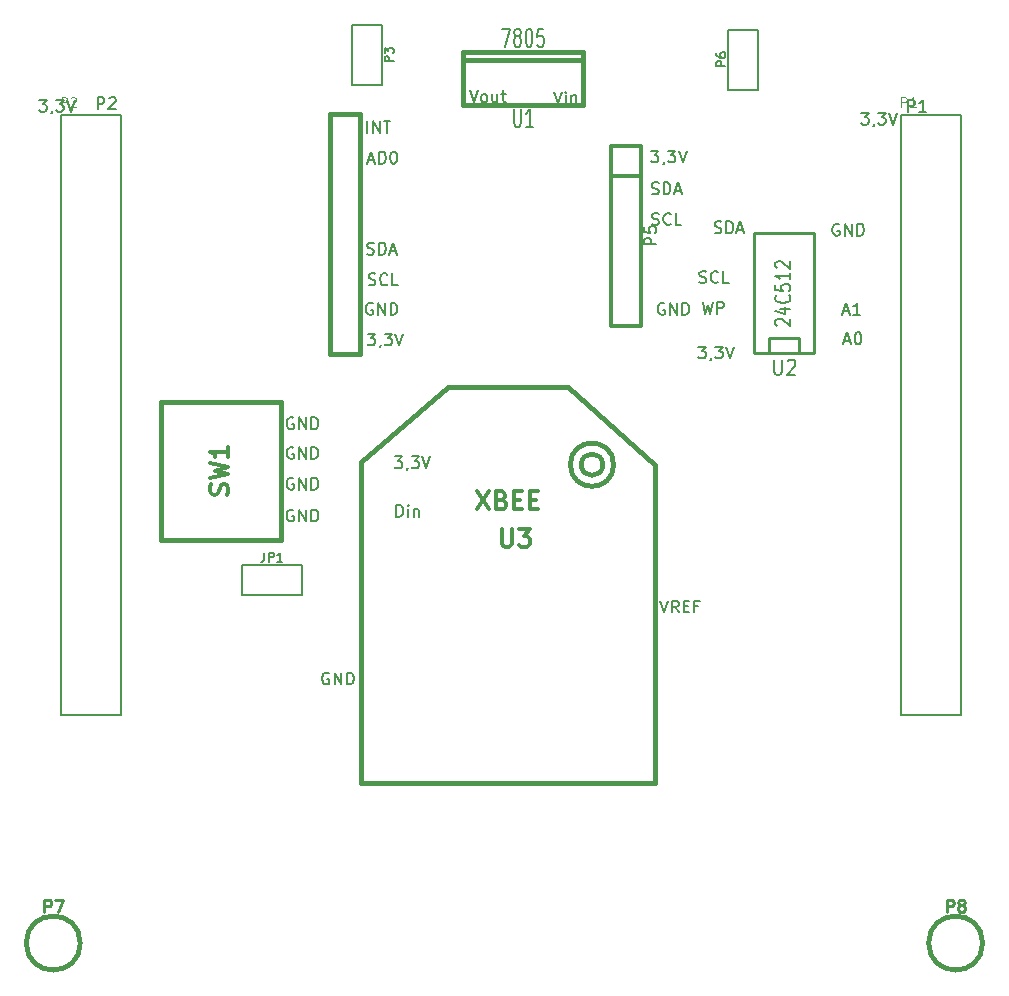
<source format=gto>
G04 (created by PCBNEW (2013-07-07 BZR 4022)-stable) date 27/05/2015 02:52:30 p.m.*
%MOIN*%
G04 Gerber Fmt 3.4, Leading zero omitted, Abs format*
%FSLAX34Y34*%
G01*
G70*
G90*
G04 APERTURE LIST*
%ADD10C,0.00590551*%
%ADD11C,0.015*%
%ADD12C,0.006*%
%ADD13C,0.01*%
%ADD14C,0.012*%
%ADD15C,0.008*%
%ADD16C,0.00472441*%
G04 APERTURE END LIST*
G54D10*
X93970Y-70119D02*
X94101Y-70513D01*
X94233Y-70119D01*
X94589Y-70513D02*
X94458Y-70326D01*
X94364Y-70513D02*
X94364Y-70119D01*
X94514Y-70119D01*
X94551Y-70138D01*
X94570Y-70157D01*
X94589Y-70194D01*
X94589Y-70251D01*
X94570Y-70288D01*
X94551Y-70307D01*
X94514Y-70326D01*
X94364Y-70326D01*
X94758Y-70307D02*
X94889Y-70307D01*
X94945Y-70513D02*
X94758Y-70513D01*
X94758Y-70119D01*
X94945Y-70119D01*
X95245Y-70307D02*
X95114Y-70307D01*
X95114Y-70513D02*
X95114Y-70119D01*
X95301Y-70119D01*
X85176Y-67324D02*
X85176Y-66931D01*
X85269Y-66931D01*
X85326Y-66949D01*
X85363Y-66987D01*
X85382Y-67024D01*
X85401Y-67099D01*
X85401Y-67155D01*
X85382Y-67230D01*
X85363Y-67268D01*
X85326Y-67305D01*
X85269Y-67324D01*
X85176Y-67324D01*
X85569Y-67324D02*
X85569Y-67062D01*
X85569Y-66931D02*
X85551Y-66949D01*
X85569Y-66968D01*
X85588Y-66949D01*
X85569Y-66931D01*
X85569Y-66968D01*
X85757Y-67062D02*
X85757Y-67324D01*
X85757Y-67099D02*
X85776Y-67080D01*
X85813Y-67062D01*
X85869Y-67062D01*
X85907Y-67080D01*
X85926Y-67118D01*
X85926Y-67324D01*
X85127Y-65316D02*
X85371Y-65316D01*
X85239Y-65466D01*
X85296Y-65466D01*
X85333Y-65485D01*
X85352Y-65504D01*
X85371Y-65541D01*
X85371Y-65635D01*
X85352Y-65673D01*
X85333Y-65691D01*
X85296Y-65710D01*
X85183Y-65710D01*
X85146Y-65691D01*
X85127Y-65673D01*
X85558Y-65691D02*
X85558Y-65710D01*
X85539Y-65748D01*
X85521Y-65766D01*
X85689Y-65316D02*
X85933Y-65316D01*
X85802Y-65466D01*
X85858Y-65466D01*
X85896Y-65485D01*
X85914Y-65504D01*
X85933Y-65541D01*
X85933Y-65635D01*
X85914Y-65673D01*
X85896Y-65691D01*
X85858Y-65710D01*
X85746Y-65710D01*
X85708Y-65691D01*
X85689Y-65673D01*
X86046Y-65316D02*
X86177Y-65710D01*
X86308Y-65316D01*
X82928Y-72540D02*
X82890Y-72521D01*
X82834Y-72521D01*
X82778Y-72540D01*
X82740Y-72577D01*
X82722Y-72615D01*
X82703Y-72690D01*
X82703Y-72746D01*
X82722Y-72821D01*
X82740Y-72859D01*
X82778Y-72896D01*
X82834Y-72915D01*
X82872Y-72915D01*
X82928Y-72896D01*
X82947Y-72877D01*
X82947Y-72746D01*
X82872Y-72746D01*
X83115Y-72915D02*
X83115Y-72521D01*
X83340Y-72915D01*
X83340Y-72521D01*
X83528Y-72915D02*
X83528Y-72521D01*
X83622Y-72521D01*
X83678Y-72540D01*
X83715Y-72577D01*
X83734Y-72615D01*
X83753Y-72690D01*
X83753Y-72746D01*
X83734Y-72821D01*
X83715Y-72859D01*
X83678Y-72896D01*
X83622Y-72915D01*
X83528Y-72915D01*
X81747Y-67107D02*
X81709Y-67088D01*
X81653Y-67088D01*
X81597Y-67107D01*
X81559Y-67144D01*
X81541Y-67182D01*
X81522Y-67257D01*
X81522Y-67313D01*
X81541Y-67388D01*
X81559Y-67425D01*
X81597Y-67463D01*
X81653Y-67482D01*
X81691Y-67482D01*
X81747Y-67463D01*
X81766Y-67444D01*
X81766Y-67313D01*
X81691Y-67313D01*
X81934Y-67482D02*
X81934Y-67088D01*
X82159Y-67482D01*
X82159Y-67088D01*
X82347Y-67482D02*
X82347Y-67088D01*
X82440Y-67088D01*
X82497Y-67107D01*
X82534Y-67144D01*
X82553Y-67182D01*
X82572Y-67257D01*
X82572Y-67313D01*
X82553Y-67388D01*
X82534Y-67425D01*
X82497Y-67463D01*
X82440Y-67482D01*
X82347Y-67482D01*
X81747Y-66044D02*
X81709Y-66025D01*
X81653Y-66025D01*
X81597Y-66044D01*
X81559Y-66081D01*
X81541Y-66119D01*
X81522Y-66194D01*
X81522Y-66250D01*
X81541Y-66325D01*
X81559Y-66362D01*
X81597Y-66400D01*
X81653Y-66419D01*
X81691Y-66419D01*
X81747Y-66400D01*
X81766Y-66381D01*
X81766Y-66250D01*
X81691Y-66250D01*
X81934Y-66419D02*
X81934Y-66025D01*
X82159Y-66419D01*
X82159Y-66025D01*
X82347Y-66419D02*
X82347Y-66025D01*
X82440Y-66025D01*
X82497Y-66044D01*
X82534Y-66081D01*
X82553Y-66119D01*
X82572Y-66194D01*
X82572Y-66250D01*
X82553Y-66325D01*
X82534Y-66362D01*
X82497Y-66400D01*
X82440Y-66419D01*
X82347Y-66419D01*
X81747Y-65020D02*
X81709Y-65001D01*
X81653Y-65001D01*
X81597Y-65020D01*
X81559Y-65058D01*
X81541Y-65095D01*
X81522Y-65170D01*
X81522Y-65226D01*
X81541Y-65301D01*
X81559Y-65339D01*
X81597Y-65376D01*
X81653Y-65395D01*
X81691Y-65395D01*
X81747Y-65376D01*
X81766Y-65358D01*
X81766Y-65226D01*
X81691Y-65226D01*
X81934Y-65395D02*
X81934Y-65001D01*
X82159Y-65395D01*
X82159Y-65001D01*
X82347Y-65395D02*
X82347Y-65001D01*
X82440Y-65001D01*
X82497Y-65020D01*
X82534Y-65058D01*
X82553Y-65095D01*
X82572Y-65170D01*
X82572Y-65226D01*
X82553Y-65301D01*
X82534Y-65339D01*
X82497Y-65376D01*
X82440Y-65395D01*
X82347Y-65395D01*
X81747Y-64036D02*
X81709Y-64017D01*
X81653Y-64017D01*
X81597Y-64036D01*
X81559Y-64073D01*
X81541Y-64111D01*
X81522Y-64186D01*
X81522Y-64242D01*
X81541Y-64317D01*
X81559Y-64355D01*
X81597Y-64392D01*
X81653Y-64411D01*
X81691Y-64411D01*
X81747Y-64392D01*
X81766Y-64373D01*
X81766Y-64242D01*
X81691Y-64242D01*
X81934Y-64411D02*
X81934Y-64017D01*
X82159Y-64411D01*
X82159Y-64017D01*
X82347Y-64411D02*
X82347Y-64017D01*
X82440Y-64017D01*
X82497Y-64036D01*
X82534Y-64073D01*
X82553Y-64111D01*
X82572Y-64186D01*
X82572Y-64242D01*
X82553Y-64317D01*
X82534Y-64355D01*
X82497Y-64392D01*
X82440Y-64411D01*
X82347Y-64411D01*
X73277Y-53427D02*
X73520Y-53427D01*
X73389Y-53577D01*
X73445Y-53577D01*
X73483Y-53595D01*
X73502Y-53614D01*
X73520Y-53652D01*
X73520Y-53745D01*
X73502Y-53783D01*
X73483Y-53802D01*
X73445Y-53820D01*
X73333Y-53820D01*
X73295Y-53802D01*
X73277Y-53783D01*
X73708Y-53802D02*
X73708Y-53820D01*
X73689Y-53858D01*
X73670Y-53877D01*
X73839Y-53427D02*
X74083Y-53427D01*
X73952Y-53577D01*
X74008Y-53577D01*
X74045Y-53595D01*
X74064Y-53614D01*
X74083Y-53652D01*
X74083Y-53745D01*
X74064Y-53783D01*
X74045Y-53802D01*
X74008Y-53820D01*
X73895Y-53820D01*
X73858Y-53802D01*
X73839Y-53783D01*
X74195Y-53427D02*
X74326Y-53820D01*
X74458Y-53427D01*
X100073Y-60479D02*
X100260Y-60479D01*
X100035Y-60592D02*
X100166Y-60198D01*
X100298Y-60592D01*
X100635Y-60592D02*
X100410Y-60592D01*
X100523Y-60592D02*
X100523Y-60198D01*
X100485Y-60254D01*
X100448Y-60292D01*
X100410Y-60311D01*
X100112Y-61464D02*
X100299Y-61464D01*
X100074Y-61576D02*
X100206Y-61182D01*
X100337Y-61576D01*
X100543Y-61182D02*
X100581Y-61182D01*
X100618Y-61201D01*
X100637Y-61220D01*
X100656Y-61257D01*
X100674Y-61332D01*
X100674Y-61426D01*
X100656Y-61501D01*
X100637Y-61539D01*
X100618Y-61557D01*
X100581Y-61576D01*
X100543Y-61576D01*
X100506Y-61557D01*
X100487Y-61539D01*
X100468Y-61501D01*
X100449Y-61426D01*
X100449Y-61332D01*
X100468Y-61257D01*
X100487Y-61220D01*
X100506Y-61201D01*
X100543Y-61182D01*
X99936Y-57579D02*
X99898Y-57560D01*
X99842Y-57560D01*
X99786Y-57579D01*
X99748Y-57617D01*
X99730Y-57654D01*
X99711Y-57729D01*
X99711Y-57785D01*
X99730Y-57860D01*
X99748Y-57898D01*
X99786Y-57935D01*
X99842Y-57954D01*
X99880Y-57954D01*
X99936Y-57935D01*
X99955Y-57917D01*
X99955Y-57785D01*
X99880Y-57785D01*
X100123Y-57954D02*
X100123Y-57560D01*
X100348Y-57954D01*
X100348Y-57560D01*
X100536Y-57954D02*
X100536Y-57560D01*
X100629Y-57560D01*
X100686Y-57579D01*
X100723Y-57617D01*
X100742Y-57654D01*
X100761Y-57729D01*
X100761Y-57785D01*
X100742Y-57860D01*
X100723Y-57898D01*
X100686Y-57935D01*
X100629Y-57954D01*
X100536Y-57954D01*
X95245Y-61655D02*
X95489Y-61655D01*
X95358Y-61805D01*
X95414Y-61805D01*
X95451Y-61824D01*
X95470Y-61842D01*
X95489Y-61880D01*
X95489Y-61974D01*
X95470Y-62011D01*
X95451Y-62030D01*
X95414Y-62049D01*
X95301Y-62049D01*
X95264Y-62030D01*
X95245Y-62011D01*
X95676Y-62030D02*
X95676Y-62049D01*
X95658Y-62086D01*
X95639Y-62105D01*
X95808Y-61655D02*
X96051Y-61655D01*
X95920Y-61805D01*
X95976Y-61805D01*
X96014Y-61824D01*
X96032Y-61842D01*
X96051Y-61880D01*
X96051Y-61974D01*
X96032Y-62011D01*
X96014Y-62030D01*
X95976Y-62049D01*
X95864Y-62049D01*
X95826Y-62030D01*
X95808Y-62011D01*
X96164Y-61655D02*
X96295Y-62049D01*
X96426Y-61655D01*
X95382Y-60159D02*
X95476Y-60553D01*
X95551Y-60271D01*
X95626Y-60553D01*
X95719Y-60159D01*
X95869Y-60553D02*
X95869Y-60159D01*
X96019Y-60159D01*
X96057Y-60178D01*
X96076Y-60196D01*
X96094Y-60234D01*
X96094Y-60290D01*
X96076Y-60328D01*
X96057Y-60346D01*
X96019Y-60365D01*
X95869Y-60365D01*
X95279Y-59510D02*
X95335Y-59529D01*
X95429Y-59529D01*
X95466Y-59510D01*
X95485Y-59491D01*
X95504Y-59454D01*
X95504Y-59416D01*
X95485Y-59379D01*
X95466Y-59360D01*
X95429Y-59341D01*
X95354Y-59323D01*
X95316Y-59304D01*
X95298Y-59285D01*
X95279Y-59248D01*
X95279Y-59210D01*
X95298Y-59173D01*
X95316Y-59154D01*
X95354Y-59135D01*
X95448Y-59135D01*
X95504Y-59154D01*
X95898Y-59491D02*
X95879Y-59510D01*
X95823Y-59529D01*
X95785Y-59529D01*
X95729Y-59510D01*
X95691Y-59473D01*
X95673Y-59435D01*
X95654Y-59360D01*
X95654Y-59304D01*
X95673Y-59229D01*
X95691Y-59191D01*
X95729Y-59154D01*
X95785Y-59135D01*
X95823Y-59135D01*
X95879Y-59154D01*
X95898Y-59173D01*
X96254Y-59529D02*
X96066Y-59529D01*
X96066Y-59135D01*
X95781Y-57857D02*
X95838Y-57875D01*
X95931Y-57875D01*
X95969Y-57857D01*
X95988Y-57838D01*
X96006Y-57800D01*
X96006Y-57763D01*
X95988Y-57725D01*
X95969Y-57707D01*
X95931Y-57688D01*
X95856Y-57669D01*
X95819Y-57650D01*
X95800Y-57632D01*
X95781Y-57594D01*
X95781Y-57557D01*
X95800Y-57519D01*
X95819Y-57500D01*
X95856Y-57482D01*
X95950Y-57482D01*
X96006Y-57500D01*
X96175Y-57875D02*
X96175Y-57482D01*
X96269Y-57482D01*
X96325Y-57500D01*
X96362Y-57538D01*
X96381Y-57575D01*
X96400Y-57650D01*
X96400Y-57707D01*
X96381Y-57782D01*
X96362Y-57819D01*
X96325Y-57857D01*
X96269Y-57875D01*
X96175Y-57875D01*
X96550Y-57763D02*
X96737Y-57763D01*
X96512Y-57875D02*
X96644Y-57482D01*
X96775Y-57875D01*
X100678Y-53860D02*
X100922Y-53860D01*
X100791Y-54010D01*
X100847Y-54010D01*
X100884Y-54028D01*
X100903Y-54047D01*
X100922Y-54085D01*
X100922Y-54178D01*
X100903Y-54216D01*
X100884Y-54235D01*
X100847Y-54253D01*
X100734Y-54253D01*
X100697Y-54235D01*
X100678Y-54216D01*
X101109Y-54235D02*
X101109Y-54253D01*
X101091Y-54291D01*
X101072Y-54310D01*
X101241Y-53860D02*
X101484Y-53860D01*
X101353Y-54010D01*
X101409Y-54010D01*
X101447Y-54028D01*
X101466Y-54047D01*
X101484Y-54085D01*
X101484Y-54178D01*
X101466Y-54216D01*
X101447Y-54235D01*
X101409Y-54253D01*
X101297Y-54253D01*
X101259Y-54235D01*
X101241Y-54216D01*
X101597Y-53860D02*
X101728Y-54253D01*
X101859Y-53860D01*
X94109Y-60217D02*
X94071Y-60198D01*
X94015Y-60198D01*
X93959Y-60217D01*
X93922Y-60254D01*
X93903Y-60292D01*
X93884Y-60367D01*
X93884Y-60423D01*
X93903Y-60498D01*
X93922Y-60536D01*
X93959Y-60573D01*
X94015Y-60592D01*
X94053Y-60592D01*
X94109Y-60573D01*
X94128Y-60554D01*
X94128Y-60423D01*
X94053Y-60423D01*
X94296Y-60592D02*
X94296Y-60198D01*
X94521Y-60592D01*
X94521Y-60198D01*
X94709Y-60592D02*
X94709Y-60198D01*
X94803Y-60198D01*
X94859Y-60217D01*
X94896Y-60254D01*
X94915Y-60292D01*
X94934Y-60367D01*
X94934Y-60423D01*
X94915Y-60498D01*
X94896Y-60536D01*
X94859Y-60573D01*
X94803Y-60592D01*
X94709Y-60592D01*
X93704Y-57581D02*
X93760Y-57600D01*
X93854Y-57600D01*
X93892Y-57581D01*
X93910Y-57562D01*
X93929Y-57525D01*
X93929Y-57487D01*
X93910Y-57450D01*
X93892Y-57431D01*
X93854Y-57412D01*
X93779Y-57394D01*
X93742Y-57375D01*
X93723Y-57356D01*
X93704Y-57319D01*
X93704Y-57281D01*
X93723Y-57244D01*
X93742Y-57225D01*
X93779Y-57206D01*
X93873Y-57206D01*
X93929Y-57225D01*
X94323Y-57562D02*
X94304Y-57581D01*
X94248Y-57600D01*
X94210Y-57600D01*
X94154Y-57581D01*
X94116Y-57544D01*
X94098Y-57506D01*
X94079Y-57431D01*
X94079Y-57375D01*
X94098Y-57300D01*
X94116Y-57262D01*
X94154Y-57225D01*
X94210Y-57206D01*
X94248Y-57206D01*
X94304Y-57225D01*
X94323Y-57244D01*
X94679Y-57600D02*
X94491Y-57600D01*
X94491Y-57206D01*
X93695Y-56557D02*
X93751Y-56576D01*
X93845Y-56576D01*
X93882Y-56557D01*
X93901Y-56539D01*
X93920Y-56501D01*
X93920Y-56464D01*
X93901Y-56426D01*
X93882Y-56407D01*
X93845Y-56389D01*
X93770Y-56370D01*
X93732Y-56351D01*
X93713Y-56332D01*
X93695Y-56295D01*
X93695Y-56257D01*
X93713Y-56220D01*
X93732Y-56201D01*
X93770Y-56182D01*
X93863Y-56182D01*
X93920Y-56201D01*
X94088Y-56576D02*
X94088Y-56182D01*
X94182Y-56182D01*
X94238Y-56201D01*
X94276Y-56239D01*
X94295Y-56276D01*
X94313Y-56351D01*
X94313Y-56407D01*
X94295Y-56482D01*
X94276Y-56520D01*
X94238Y-56557D01*
X94182Y-56576D01*
X94088Y-56576D01*
X94463Y-56464D02*
X94651Y-56464D01*
X94426Y-56576D02*
X94557Y-56182D01*
X94688Y-56576D01*
X93670Y-55119D02*
X93914Y-55119D01*
X93783Y-55269D01*
X93839Y-55269D01*
X93877Y-55288D01*
X93895Y-55307D01*
X93914Y-55344D01*
X93914Y-55438D01*
X93895Y-55476D01*
X93877Y-55494D01*
X93839Y-55513D01*
X93727Y-55513D01*
X93689Y-55494D01*
X93670Y-55476D01*
X94101Y-55494D02*
X94101Y-55513D01*
X94083Y-55551D01*
X94064Y-55569D01*
X94233Y-55119D02*
X94476Y-55119D01*
X94345Y-55269D01*
X94401Y-55269D01*
X94439Y-55288D01*
X94458Y-55307D01*
X94476Y-55344D01*
X94476Y-55438D01*
X94458Y-55476D01*
X94439Y-55494D01*
X94401Y-55513D01*
X94289Y-55513D01*
X94251Y-55494D01*
X94233Y-55476D01*
X94589Y-55119D02*
X94720Y-55513D01*
X94851Y-55119D01*
X84221Y-61222D02*
X84465Y-61222D01*
X84334Y-61372D01*
X84390Y-61372D01*
X84428Y-61391D01*
X84446Y-61409D01*
X84465Y-61447D01*
X84465Y-61541D01*
X84446Y-61578D01*
X84428Y-61597D01*
X84390Y-61616D01*
X84278Y-61616D01*
X84240Y-61597D01*
X84221Y-61578D01*
X84653Y-61597D02*
X84653Y-61616D01*
X84634Y-61653D01*
X84615Y-61672D01*
X84784Y-61222D02*
X85028Y-61222D01*
X84896Y-61372D01*
X84953Y-61372D01*
X84990Y-61391D01*
X85009Y-61409D01*
X85028Y-61447D01*
X85028Y-61541D01*
X85009Y-61578D01*
X84990Y-61597D01*
X84953Y-61616D01*
X84840Y-61616D01*
X84803Y-61597D01*
X84784Y-61578D01*
X85140Y-61222D02*
X85271Y-61616D01*
X85403Y-61222D01*
X84385Y-60217D02*
X84347Y-60198D01*
X84291Y-60198D01*
X84235Y-60217D01*
X84197Y-60254D01*
X84178Y-60292D01*
X84160Y-60367D01*
X84160Y-60423D01*
X84178Y-60498D01*
X84197Y-60536D01*
X84235Y-60573D01*
X84291Y-60592D01*
X84328Y-60592D01*
X84385Y-60573D01*
X84403Y-60554D01*
X84403Y-60423D01*
X84328Y-60423D01*
X84572Y-60592D02*
X84572Y-60198D01*
X84797Y-60592D01*
X84797Y-60198D01*
X84985Y-60592D02*
X84985Y-60198D01*
X85078Y-60198D01*
X85134Y-60217D01*
X85172Y-60254D01*
X85191Y-60292D01*
X85209Y-60367D01*
X85209Y-60423D01*
X85191Y-60498D01*
X85172Y-60536D01*
X85134Y-60573D01*
X85078Y-60592D01*
X84985Y-60592D01*
X84255Y-59589D02*
X84311Y-59608D01*
X84405Y-59608D01*
X84443Y-59589D01*
X84461Y-59570D01*
X84480Y-59533D01*
X84480Y-59495D01*
X84461Y-59458D01*
X84443Y-59439D01*
X84405Y-59420D01*
X84330Y-59401D01*
X84293Y-59383D01*
X84274Y-59364D01*
X84255Y-59326D01*
X84255Y-59289D01*
X84274Y-59251D01*
X84293Y-59233D01*
X84330Y-59214D01*
X84424Y-59214D01*
X84480Y-59233D01*
X84874Y-59570D02*
X84855Y-59589D01*
X84799Y-59608D01*
X84761Y-59608D01*
X84705Y-59589D01*
X84668Y-59551D01*
X84649Y-59514D01*
X84630Y-59439D01*
X84630Y-59383D01*
X84649Y-59308D01*
X84668Y-59270D01*
X84705Y-59233D01*
X84761Y-59214D01*
X84799Y-59214D01*
X84855Y-59233D01*
X84874Y-59251D01*
X85230Y-59608D02*
X85043Y-59608D01*
X85043Y-59214D01*
X84206Y-58565D02*
X84263Y-58584D01*
X84356Y-58584D01*
X84394Y-58565D01*
X84413Y-58547D01*
X84431Y-58509D01*
X84431Y-58472D01*
X84413Y-58434D01*
X84394Y-58415D01*
X84356Y-58397D01*
X84281Y-58378D01*
X84244Y-58359D01*
X84225Y-58340D01*
X84206Y-58303D01*
X84206Y-58265D01*
X84225Y-58228D01*
X84244Y-58209D01*
X84281Y-58190D01*
X84375Y-58190D01*
X84431Y-58209D01*
X84600Y-58584D02*
X84600Y-58190D01*
X84694Y-58190D01*
X84750Y-58209D01*
X84788Y-58247D01*
X84806Y-58284D01*
X84825Y-58359D01*
X84825Y-58415D01*
X84806Y-58490D01*
X84788Y-58528D01*
X84750Y-58565D01*
X84694Y-58584D01*
X84600Y-58584D01*
X84975Y-58472D02*
X85163Y-58472D01*
X84938Y-58584D02*
X85069Y-58190D01*
X85200Y-58584D01*
X84246Y-55440D02*
X84433Y-55440D01*
X84208Y-55553D02*
X84340Y-55159D01*
X84471Y-55553D01*
X84602Y-55553D02*
X84602Y-55159D01*
X84696Y-55159D01*
X84752Y-55178D01*
X84790Y-55215D01*
X84808Y-55253D01*
X84827Y-55328D01*
X84827Y-55384D01*
X84808Y-55459D01*
X84790Y-55496D01*
X84752Y-55534D01*
X84696Y-55553D01*
X84602Y-55553D01*
X85071Y-55159D02*
X85108Y-55159D01*
X85146Y-55178D01*
X85164Y-55196D01*
X85183Y-55234D01*
X85202Y-55309D01*
X85202Y-55403D01*
X85183Y-55478D01*
X85164Y-55515D01*
X85146Y-55534D01*
X85108Y-55553D01*
X85071Y-55553D01*
X85033Y-55534D01*
X85014Y-55515D01*
X84996Y-55478D01*
X84977Y-55403D01*
X84977Y-55309D01*
X84996Y-55234D01*
X85014Y-55196D01*
X85033Y-55178D01*
X85071Y-55159D01*
X84210Y-54529D02*
X84210Y-54135D01*
X84398Y-54529D02*
X84398Y-54135D01*
X84623Y-54529D01*
X84623Y-54135D01*
X84754Y-54135D02*
X84979Y-54135D01*
X84866Y-54529D02*
X84866Y-54135D01*
X87628Y-53112D02*
X87759Y-53505D01*
X87890Y-53112D01*
X88078Y-53505D02*
X88040Y-53487D01*
X88022Y-53468D01*
X88003Y-53430D01*
X88003Y-53318D01*
X88022Y-53280D01*
X88040Y-53262D01*
X88078Y-53243D01*
X88134Y-53243D01*
X88172Y-53262D01*
X88190Y-53280D01*
X88209Y-53318D01*
X88209Y-53430D01*
X88190Y-53468D01*
X88172Y-53487D01*
X88134Y-53505D01*
X88078Y-53505D01*
X88547Y-53243D02*
X88547Y-53505D01*
X88378Y-53243D02*
X88378Y-53449D01*
X88397Y-53487D01*
X88434Y-53505D01*
X88490Y-53505D01*
X88528Y-53487D01*
X88547Y-53468D01*
X88678Y-53243D02*
X88828Y-53243D01*
X88734Y-53112D02*
X88734Y-53449D01*
X88753Y-53487D01*
X88790Y-53505D01*
X88828Y-53505D01*
X90423Y-53151D02*
X90554Y-53545D01*
X90686Y-53151D01*
X90817Y-53545D02*
X90817Y-53282D01*
X90817Y-53151D02*
X90798Y-53170D01*
X90817Y-53188D01*
X90836Y-53170D01*
X90817Y-53151D01*
X90817Y-53188D01*
X91004Y-53282D02*
X91004Y-53545D01*
X91004Y-53320D02*
X91023Y-53301D01*
X91061Y-53282D01*
X91117Y-53282D01*
X91154Y-53301D01*
X91173Y-53338D01*
X91173Y-53545D01*
G54D11*
X93797Y-75790D02*
X93797Y-76190D01*
X83997Y-75790D02*
X83997Y-76190D01*
X83997Y-75090D02*
X83997Y-75790D01*
X93797Y-75090D02*
X93797Y-75790D01*
X92058Y-65590D02*
G75*
G03X92058Y-65590I-360J0D01*
G74*
G01*
X92418Y-65590D02*
G75*
G03X92418Y-65590I-721J0D01*
G74*
G01*
X84897Y-76190D02*
X83997Y-76190D01*
X90897Y-62990D02*
X93797Y-65590D01*
X93397Y-76190D02*
X93797Y-76190D01*
X84897Y-76190D02*
X93397Y-76190D01*
X83997Y-75090D02*
X83997Y-65490D01*
X93797Y-65590D02*
X93797Y-75090D01*
X83997Y-65490D02*
X86897Y-62990D01*
X86897Y-62990D02*
X90897Y-62990D01*
X83964Y-53913D02*
X82964Y-53913D01*
X82964Y-53913D02*
X82964Y-61913D01*
X82964Y-61913D02*
X83964Y-61913D01*
X83964Y-61913D02*
X83964Y-53913D01*
G54D12*
X80023Y-69948D02*
X80023Y-68948D01*
X80023Y-68948D02*
X82023Y-68948D01*
X82023Y-68948D02*
X82023Y-69948D01*
X82023Y-69948D02*
X80023Y-69948D01*
X83712Y-50929D02*
X84712Y-50929D01*
X84712Y-50929D02*
X84712Y-52929D01*
X84712Y-52929D02*
X83712Y-52929D01*
X83712Y-52929D02*
X83712Y-50929D01*
X96232Y-51086D02*
X97232Y-51086D01*
X97232Y-51086D02*
X97232Y-53086D01*
X97232Y-53086D02*
X96232Y-53086D01*
X96232Y-53086D02*
X96232Y-51086D01*
G54D13*
X97610Y-61881D02*
X97610Y-61381D01*
X97610Y-61381D02*
X98610Y-61381D01*
X98610Y-61381D02*
X98610Y-61881D01*
X97110Y-61881D02*
X97110Y-57881D01*
X97110Y-57881D02*
X99110Y-57881D01*
X99110Y-57881D02*
X99110Y-61881D01*
X99110Y-61881D02*
X97110Y-61881D01*
G54D10*
X74000Y-73937D02*
X74000Y-53937D01*
X76000Y-73937D02*
X76000Y-53937D01*
X76000Y-73937D02*
X74000Y-73937D01*
X76000Y-53937D02*
X74000Y-53937D01*
X101992Y-73937D02*
X101992Y-53937D01*
X103992Y-73937D02*
X103992Y-53937D01*
X103992Y-73937D02*
X101992Y-73937D01*
X103992Y-53937D02*
X101992Y-53937D01*
G54D11*
X74640Y-81535D02*
G75*
G03X74640Y-81535I-900J0D01*
G74*
G01*
X104718Y-81535D02*
G75*
G03X104718Y-81535I-900J0D01*
G74*
G01*
X81330Y-63487D02*
X81330Y-68087D01*
X77330Y-68087D02*
X77330Y-63487D01*
X77330Y-68087D02*
X81330Y-68087D01*
X77330Y-63487D02*
X81330Y-63487D01*
X87409Y-52084D02*
X87409Y-51834D01*
X87409Y-51834D02*
X91409Y-51834D01*
X91409Y-51834D02*
X91409Y-52084D01*
X87409Y-53584D02*
X87409Y-52084D01*
X87409Y-52084D02*
X91409Y-52084D01*
X91409Y-52084D02*
X91409Y-53584D01*
X91409Y-53584D02*
X87409Y-53584D01*
G54D14*
X92334Y-54952D02*
X93334Y-54952D01*
X93334Y-54952D02*
X93334Y-60952D01*
X93334Y-60952D02*
X92334Y-60952D01*
X92334Y-60952D02*
X92334Y-54952D01*
X92334Y-55952D02*
X93334Y-55952D01*
X88690Y-67733D02*
X88690Y-68219D01*
X88719Y-68276D01*
X88747Y-68304D01*
X88804Y-68333D01*
X88919Y-68333D01*
X88976Y-68304D01*
X89004Y-68276D01*
X89033Y-68219D01*
X89033Y-67733D01*
X89261Y-67733D02*
X89633Y-67733D01*
X89433Y-67961D01*
X89519Y-67961D01*
X89576Y-67990D01*
X89604Y-68019D01*
X89633Y-68076D01*
X89633Y-68219D01*
X89604Y-68276D01*
X89576Y-68304D01*
X89519Y-68333D01*
X89347Y-68333D01*
X89290Y-68304D01*
X89261Y-68276D01*
X87854Y-66483D02*
X88254Y-67083D01*
X88254Y-66483D02*
X87854Y-67083D01*
X88683Y-66769D02*
X88769Y-66797D01*
X88797Y-66826D01*
X88826Y-66883D01*
X88826Y-66969D01*
X88797Y-67026D01*
X88769Y-67054D01*
X88711Y-67083D01*
X88483Y-67083D01*
X88483Y-66483D01*
X88683Y-66483D01*
X88740Y-66511D01*
X88769Y-66540D01*
X88797Y-66597D01*
X88797Y-66654D01*
X88769Y-66711D01*
X88740Y-66740D01*
X88683Y-66769D01*
X88483Y-66769D01*
X89083Y-66769D02*
X89283Y-66769D01*
X89369Y-67083D02*
X89083Y-67083D01*
X89083Y-66483D01*
X89369Y-66483D01*
X89626Y-66769D02*
X89826Y-66769D01*
X89911Y-67083D02*
X89626Y-67083D01*
X89626Y-66483D01*
X89911Y-66483D01*
G54D12*
X80773Y-68520D02*
X80773Y-68734D01*
X80759Y-68777D01*
X80730Y-68805D01*
X80687Y-68820D01*
X80659Y-68820D01*
X80916Y-68820D02*
X80916Y-68520D01*
X81030Y-68520D01*
X81059Y-68534D01*
X81073Y-68548D01*
X81087Y-68577D01*
X81087Y-68620D01*
X81073Y-68648D01*
X81059Y-68663D01*
X81030Y-68677D01*
X80916Y-68677D01*
X81373Y-68820D02*
X81202Y-68820D01*
X81287Y-68820D02*
X81287Y-68520D01*
X81259Y-68563D01*
X81230Y-68591D01*
X81202Y-68605D01*
X85084Y-52150D02*
X84784Y-52150D01*
X84784Y-52036D01*
X84798Y-52007D01*
X84812Y-51993D01*
X84841Y-51979D01*
X84884Y-51979D01*
X84912Y-51993D01*
X84926Y-52007D01*
X84941Y-52036D01*
X84941Y-52150D01*
X84784Y-51879D02*
X84784Y-51693D01*
X84898Y-51793D01*
X84898Y-51750D01*
X84912Y-51721D01*
X84926Y-51707D01*
X84955Y-51693D01*
X85026Y-51693D01*
X85055Y-51707D01*
X85069Y-51721D01*
X85084Y-51750D01*
X85084Y-51836D01*
X85069Y-51864D01*
X85055Y-51879D01*
X96145Y-52308D02*
X95845Y-52308D01*
X95845Y-52193D01*
X95859Y-52165D01*
X95873Y-52150D01*
X95902Y-52136D01*
X95945Y-52136D01*
X95973Y-52150D01*
X95987Y-52165D01*
X96002Y-52193D01*
X96002Y-52308D01*
X95845Y-51879D02*
X95845Y-51936D01*
X95859Y-51965D01*
X95873Y-51979D01*
X95916Y-52008D01*
X95973Y-52022D01*
X96087Y-52022D01*
X96116Y-52008D01*
X96130Y-51993D01*
X96145Y-51965D01*
X96145Y-51908D01*
X96130Y-51879D01*
X96116Y-51865D01*
X96087Y-51850D01*
X96016Y-51850D01*
X95987Y-51865D01*
X95973Y-51879D01*
X95959Y-51908D01*
X95959Y-51965D01*
X95973Y-51993D01*
X95987Y-52008D01*
X96016Y-52022D01*
G54D15*
X97767Y-62084D02*
X97767Y-62489D01*
X97788Y-62536D01*
X97810Y-62560D01*
X97853Y-62584D01*
X97938Y-62584D01*
X97981Y-62560D01*
X98003Y-62536D01*
X98024Y-62489D01*
X98024Y-62084D01*
X98217Y-62131D02*
X98238Y-62108D01*
X98281Y-62084D01*
X98388Y-62084D01*
X98431Y-62108D01*
X98453Y-62131D01*
X98474Y-62179D01*
X98474Y-62227D01*
X98453Y-62298D01*
X98195Y-62584D01*
X98474Y-62584D01*
X97860Y-60958D02*
X97836Y-60939D01*
X97812Y-60900D01*
X97812Y-60805D01*
X97836Y-60767D01*
X97860Y-60748D01*
X97907Y-60729D01*
X97955Y-60729D01*
X98026Y-60748D01*
X98312Y-60977D01*
X98312Y-60729D01*
X97979Y-60386D02*
X98312Y-60386D01*
X97788Y-60481D02*
X98145Y-60577D01*
X98145Y-60329D01*
X98264Y-59948D02*
X98288Y-59967D01*
X98312Y-60024D01*
X98312Y-60062D01*
X98288Y-60119D01*
X98241Y-60158D01*
X98193Y-60177D01*
X98098Y-60196D01*
X98026Y-60196D01*
X97931Y-60177D01*
X97884Y-60158D01*
X97836Y-60119D01*
X97812Y-60062D01*
X97812Y-60024D01*
X97836Y-59967D01*
X97860Y-59948D01*
X97812Y-59586D02*
X97812Y-59777D01*
X98050Y-59796D01*
X98026Y-59777D01*
X98003Y-59739D01*
X98003Y-59643D01*
X98026Y-59605D01*
X98050Y-59586D01*
X98098Y-59567D01*
X98217Y-59567D01*
X98264Y-59586D01*
X98288Y-59605D01*
X98312Y-59643D01*
X98312Y-59739D01*
X98288Y-59777D01*
X98264Y-59796D01*
X98312Y-59186D02*
X98312Y-59415D01*
X98312Y-59300D02*
X97812Y-59300D01*
X97884Y-59339D01*
X97931Y-59377D01*
X97955Y-59415D01*
X97860Y-59034D02*
X97836Y-59015D01*
X97812Y-58977D01*
X97812Y-58881D01*
X97836Y-58843D01*
X97860Y-58824D01*
X97907Y-58805D01*
X97955Y-58805D01*
X98026Y-58824D01*
X98312Y-59053D01*
X98312Y-58805D01*
G54D16*
X74019Y-53662D02*
X74019Y-53347D01*
X74139Y-53347D01*
X74169Y-53362D01*
X74184Y-53377D01*
X74199Y-53407D01*
X74199Y-53452D01*
X74184Y-53482D01*
X74169Y-53497D01*
X74139Y-53512D01*
X74019Y-53512D01*
X74319Y-53377D02*
X74334Y-53362D01*
X74364Y-53347D01*
X74439Y-53347D01*
X74469Y-53362D01*
X74484Y-53377D01*
X74499Y-53407D01*
X74499Y-53437D01*
X74484Y-53482D01*
X74304Y-53662D01*
X74499Y-53662D01*
G54D15*
X75216Y-53744D02*
X75216Y-53344D01*
X75368Y-53344D01*
X75407Y-53363D01*
X75426Y-53382D01*
X75445Y-53420D01*
X75445Y-53477D01*
X75426Y-53516D01*
X75407Y-53535D01*
X75368Y-53554D01*
X75216Y-53554D01*
X75597Y-53382D02*
X75616Y-53363D01*
X75654Y-53344D01*
X75749Y-53344D01*
X75788Y-53363D01*
X75807Y-53382D01*
X75826Y-53420D01*
X75826Y-53458D01*
X75807Y-53516D01*
X75578Y-53744D01*
X75826Y-53744D01*
G54D16*
X102011Y-53662D02*
X102011Y-53347D01*
X102131Y-53347D01*
X102161Y-53362D01*
X102176Y-53377D01*
X102191Y-53407D01*
X102191Y-53452D01*
X102176Y-53482D01*
X102161Y-53497D01*
X102131Y-53512D01*
X102011Y-53512D01*
X102491Y-53662D02*
X102311Y-53662D01*
X102401Y-53662D02*
X102401Y-53347D01*
X102371Y-53392D01*
X102341Y-53422D01*
X102311Y-53437D01*
G54D15*
X102224Y-53823D02*
X102224Y-53423D01*
X102376Y-53423D01*
X102414Y-53442D01*
X102433Y-53461D01*
X102453Y-53499D01*
X102453Y-53556D01*
X102433Y-53594D01*
X102414Y-53613D01*
X102376Y-53632D01*
X102224Y-53632D01*
X102833Y-53823D02*
X102605Y-53823D01*
X102719Y-53823D02*
X102719Y-53423D01*
X102681Y-53480D01*
X102643Y-53518D01*
X102605Y-53537D01*
G54D13*
X73444Y-80497D02*
X73444Y-80097D01*
X73597Y-80097D01*
X73635Y-80116D01*
X73654Y-80135D01*
X73673Y-80173D01*
X73673Y-80230D01*
X73654Y-80268D01*
X73635Y-80287D01*
X73597Y-80306D01*
X73444Y-80306D01*
X73806Y-80097D02*
X74073Y-80097D01*
X73902Y-80497D01*
X103523Y-80497D02*
X103523Y-80097D01*
X103676Y-80097D01*
X103714Y-80116D01*
X103733Y-80135D01*
X103752Y-80173D01*
X103752Y-80230D01*
X103733Y-80268D01*
X103714Y-80287D01*
X103676Y-80306D01*
X103523Y-80306D01*
X103980Y-80268D02*
X103942Y-80249D01*
X103923Y-80230D01*
X103904Y-80192D01*
X103904Y-80173D01*
X103923Y-80135D01*
X103942Y-80116D01*
X103980Y-80097D01*
X104056Y-80097D01*
X104095Y-80116D01*
X104114Y-80135D01*
X104133Y-80173D01*
X104133Y-80192D01*
X104114Y-80230D01*
X104095Y-80249D01*
X104056Y-80268D01*
X103980Y-80268D01*
X103942Y-80287D01*
X103923Y-80306D01*
X103904Y-80344D01*
X103904Y-80421D01*
X103923Y-80459D01*
X103942Y-80478D01*
X103980Y-80497D01*
X104056Y-80497D01*
X104095Y-80478D01*
X104114Y-80459D01*
X104133Y-80421D01*
X104133Y-80344D01*
X104114Y-80306D01*
X104095Y-80287D01*
X104056Y-80268D01*
G54D14*
X79544Y-66587D02*
X79573Y-66501D01*
X79573Y-66358D01*
X79544Y-66301D01*
X79516Y-66273D01*
X79459Y-66244D01*
X79402Y-66244D01*
X79344Y-66273D01*
X79316Y-66301D01*
X79287Y-66358D01*
X79259Y-66473D01*
X79230Y-66530D01*
X79202Y-66558D01*
X79144Y-66587D01*
X79087Y-66587D01*
X79030Y-66558D01*
X79002Y-66530D01*
X78973Y-66473D01*
X78973Y-66330D01*
X79002Y-66244D01*
X78973Y-66044D02*
X79573Y-65901D01*
X79144Y-65787D01*
X79573Y-65673D01*
X78973Y-65530D01*
X79573Y-64987D02*
X79573Y-65330D01*
X79573Y-65158D02*
X78973Y-65158D01*
X79059Y-65215D01*
X79116Y-65273D01*
X79144Y-65330D01*
G54D15*
X89104Y-53727D02*
X89104Y-54213D01*
X89123Y-54270D01*
X89142Y-54298D01*
X89180Y-54327D01*
X89257Y-54327D01*
X89295Y-54298D01*
X89314Y-54270D01*
X89333Y-54213D01*
X89333Y-53727D01*
X89733Y-54327D02*
X89504Y-54327D01*
X89618Y-54327D02*
X89618Y-53727D01*
X89580Y-53813D01*
X89542Y-53870D01*
X89504Y-53898D01*
X88704Y-51060D02*
X88971Y-51060D01*
X88799Y-51660D01*
X89180Y-51317D02*
X89142Y-51288D01*
X89123Y-51260D01*
X89104Y-51203D01*
X89104Y-51174D01*
X89123Y-51117D01*
X89142Y-51088D01*
X89180Y-51060D01*
X89257Y-51060D01*
X89295Y-51088D01*
X89314Y-51117D01*
X89333Y-51174D01*
X89333Y-51203D01*
X89314Y-51260D01*
X89295Y-51288D01*
X89257Y-51317D01*
X89180Y-51317D01*
X89142Y-51345D01*
X89123Y-51374D01*
X89104Y-51431D01*
X89104Y-51545D01*
X89123Y-51603D01*
X89142Y-51631D01*
X89180Y-51660D01*
X89257Y-51660D01*
X89295Y-51631D01*
X89314Y-51603D01*
X89333Y-51545D01*
X89333Y-51431D01*
X89314Y-51374D01*
X89295Y-51345D01*
X89257Y-51317D01*
X89580Y-51060D02*
X89618Y-51060D01*
X89657Y-51088D01*
X89676Y-51117D01*
X89695Y-51174D01*
X89714Y-51288D01*
X89714Y-51431D01*
X89695Y-51545D01*
X89676Y-51603D01*
X89657Y-51631D01*
X89618Y-51660D01*
X89580Y-51660D01*
X89542Y-51631D01*
X89523Y-51603D01*
X89504Y-51545D01*
X89485Y-51431D01*
X89485Y-51288D01*
X89504Y-51174D01*
X89523Y-51117D01*
X89542Y-51088D01*
X89580Y-51060D01*
X90076Y-51060D02*
X89885Y-51060D01*
X89866Y-51345D01*
X89885Y-51317D01*
X89923Y-51288D01*
X90018Y-51288D01*
X90057Y-51317D01*
X90076Y-51345D01*
X90095Y-51403D01*
X90095Y-51545D01*
X90076Y-51603D01*
X90057Y-51631D01*
X90018Y-51660D01*
X89923Y-51660D01*
X89885Y-51631D01*
X89866Y-51603D01*
X93846Y-58247D02*
X93446Y-58247D01*
X93446Y-58095D01*
X93465Y-58057D01*
X93484Y-58038D01*
X93522Y-58019D01*
X93579Y-58019D01*
X93617Y-58038D01*
X93637Y-58057D01*
X93656Y-58095D01*
X93656Y-58247D01*
X93446Y-57657D02*
X93446Y-57847D01*
X93637Y-57867D01*
X93617Y-57847D01*
X93598Y-57809D01*
X93598Y-57714D01*
X93617Y-57676D01*
X93637Y-57657D01*
X93675Y-57638D01*
X93770Y-57638D01*
X93808Y-57657D01*
X93827Y-57676D01*
X93846Y-57714D01*
X93846Y-57809D01*
X93827Y-57847D01*
X93808Y-57867D01*
M02*

</source>
